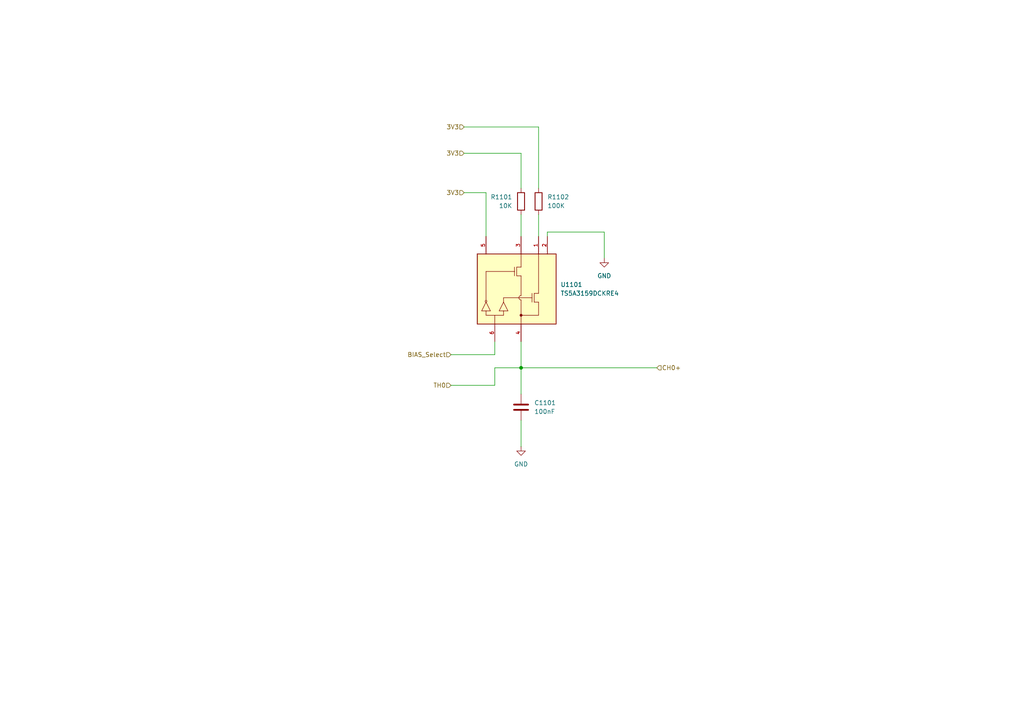
<source format=kicad_sch>
(kicad_sch (version 20250114) (generator "eeschema") (generator_version "9.0")
  (paper "A4")
  (lib_symbols
    (symbol "Device:C" (pin_numbers (hide yes)) (pin_names (offset 0.254))
      (property "Reference" "C" (at 0.635 2.54 0))
      (property "Value" "C" (at 0.635 -2.54 0))
      (symbol "C_0_1"
        (polyline (pts (xy -2.032 0.762) (xy 2.032 0.762)) (stroke (width 0.508)))
        (polyline (pts (xy -2.032 -0.762) (xy 2.032 -0.762)) (stroke (width 0.508)))
      )
      (symbol "C_1_1"
        (pin passive line (at 0 3.81 270) (length 2.794) (name "~") (number "1"))
        (pin passive line (at 0 -3.81 90) (length 2.794) (name "~") (number "2"))
      )
    )
    (symbol "Device:R" (pin_numbers (hide yes)) (pin_names (offset 0))
      (property "Reference" "R" (at 2.032 0 90))
      (property "Value" "R" (at 0 0 90))
      (symbol "R_0_1"
        (rectangle (start -1.016 -2.54) (end 1.016 2.54) (stroke (width 0.254)))
      )
      (symbol "R_1_1"
        (pin passive line (at 0 3.81 270) (length 1.27) (name "~") (number "1"))
        (pin passive line (at 0 -3.81 90) (length 1.27) (name "~") (number "2"))
      )
    )
    (symbol "TS5A3159DCKRE4:TS5A3159DCKRE4" (pin_names (offset 1.016))
      (property "Reference" "U" (at -10.16 10.922 0))
      (property "Value" "TS5A3159DCKRE4" (at -10.16 -13.462 0))
      (symbol "TS5A3159DCKRE4_0_0"
        (polyline (pts (xy -10.16 5.08) (xy -7.62 5.08)) (stroke (width 0.1524)))
        (polyline (pts (xy -10.16 -2.54) (xy -7.62 -2.54)) (stroke (width 0.1524)))
        (rectangle (start -10.16 -12.7) (end 10.16 10.16) (stroke (width 0.254)) (fill (type background)))
        (polyline (pts (xy -7.62 7.62) (xy -7.62 5.08)) (stroke (width 0.1524)))
        (polyline (pts (xy -7.62 7.62) (xy -6.35 7.62)) (stroke (width 0.1524)))
        (polyline (pts (xy -7.62 5.08) (xy -7.62 2.54)) (stroke (width 0.1524)))
        (polyline (pts (xy -7.62 2.54) (xy -6.35 2.54)) (stroke (width 0.1524)))
        (circle (center -7.62 -2.54) (radius 0.2032) (stroke (width 0.4064)))
        (polyline (pts (xy -7.62 -2.54) (xy -7.62 -7.62)) (stroke (width 0.1524)))
        (polyline (pts (xy -7.62 -2.54) (xy -3.175 -2.54)) (stroke (width 0.1524)))
        (polyline (pts (xy -7.62 -7.62) (xy -3.81 -7.62)) (stroke (width 0.1524)))
        (polyline (pts (xy -6.35 8.89) (xy -6.35 7.62)) (stroke (width 0.1524)))
        (polyline (pts (xy -6.35 7.62) (xy -6.35 6.35)) (stroke (width 0.1524)))
        (polyline (pts (xy -6.35 6.35) (xy -3.81 7.62)) (stroke (width 0.1524)))
        (polyline (pts (xy -6.35 3.81) (xy -6.35 2.54)) (stroke (width 0.1524)))
        (polyline (pts (xy -6.35 2.54) (xy -6.35 1.27)) (stroke (width 0.1524)))
        (polyline (pts (xy -6.35 1.27) (xy -3.81 2.54)) (stroke (width 0.1524)))
        (polyline (pts (xy -3.81 7.62) (xy -6.35 8.89)) (stroke (width 0.1524)))
        (polyline (pts (xy -3.81 2.54) (xy -6.35 3.81)) (stroke (width 0.1524)))
        (polyline (pts (xy -3.81 -5.715) (xy -2.54 -5.715)) (stroke (width 0.1524)))
        (polyline (pts (xy -3.81 -6.35) (xy -1.27 -6.35)) (stroke (width 0.1524)))
        (polyline (pts (xy -3.81 -7.62) (xy -3.81 -6.35)) (stroke (width 0.1524)))
        (circle (center -3.556 7.62) (radius 0.254) (stroke (width 0.1524)))
        (polyline (pts (xy -3.302 7.62) (xy 5.08 7.62)) (stroke (width 0.1524)))
        (polyline (pts (xy -2.54 2.54) (xy -3.81 2.54)) (stroke (width 0.1524)))
        (polyline (pts (xy -2.54 2.54) (xy -2.54 -1.905)) (stroke (width 0.1524)))
        (polyline (pts (xy -2.54 -1.905) (xy -2.54 -5.715)) (stroke (width 0.1524)))
        (arc (start -3.175 -2.54) (mid -2.989 -2.091) (end -2.54 -1.905) (stroke (width 0.1524)))
        (arc (start -2.54 -1.905) (mid -2.091 -2.091) (end -1.905 -2.54) (stroke (width 0.1524)))
        (polyline (pts (xy -2.54 -5.715) (xy -1.27 -5.715)) (stroke (width 0.1524)))
        (polyline (pts (xy -1.905 -2.54) (xy 3.81 -2.54)) (stroke (width 0.1524)))
        (polyline (pts (xy -1.27 -6.35) (xy -1.27 -7.62)) (stroke (width 0.1524)))
        (polyline (pts (xy 3.81 -0.635) (xy 5.08 -0.635)) (stroke (width 0.1524)))
        (polyline (pts (xy 3.81 -1.27) (xy 6.35 -1.27)) (stroke (width 0.1524)))
        (polyline (pts (xy 3.81 -2.54) (xy 3.81 -1.27)) (stroke (width 0.1524)))
        (polyline (pts (xy 5.08 7.62) (xy 5.08 -0.635)) (stroke (width 0.1524)))
        (polyline (pts (xy 5.08 -0.635) (xy 6.35 -0.635)) (stroke (width 0.1524)))
        (polyline (pts (xy 6.35 -1.27) (xy 6.35 -2.54)) (stroke (width 0.1524)))
        (polyline (pts (xy 10.16 -2.54) (xy 6.35 -2.54)) (stroke (width 0.1524)))
        (polyline (pts (xy 10.16 -7.62) (xy -1.27 -7.62)) (stroke (width 0.1524)))
        (pin input line (at -15.24 5.08 0) (length 5.08) (name "~") (number "6"))
        (pin bidirectional line (at -15.24 -2.54 0) (length 5.08) (name "~") (number "4"))
        (pin power_in line (at 15.24 7.62 180) (length 5.08) (name "~") (number "5"))
        (pin bidirectional line (at 15.24 -2.54 180) (length 5.08) (name "~") (number "3"))
        (pin bidirectional line (at 15.24 -7.62 180) (length 5.08) (name "~") (number "1"))
        (pin power_in line (at 15.24 -10.16 180) (length 5.08) (name "~") (number "2"))
      )
    )
    (symbol "power:GND" (power) (pin_numbers (hide yes)) (pin_names (offset 0) (hide yes))
      (property "Value" "GND" (at 0 -3.81 0))
      (symbol "GND_0_1"
        (polyline (pts (xy 0 0) (xy 0 -1.27) (xy 1.27 -1.27) (xy 0 -2.54) (xy -1.27 -1.27) (xy 0 -1.27)))
      )
      (symbol "GND_1_1"
        (pin power_in line (at 0 0 270) (length 0) (name "~") (number "1"))
      )
    )
  )
  (junction (at 151.13 106.68))
  (wire (pts (xy 151.13 99.06) (xy 151.13 106.68)))
  (wire (pts (xy 143.51 106.68) (xy 151.13 106.68)))
  (wire (pts (xy 158.75 68.58) (xy 158.75 67.31)))
  (wire (pts (xy 130.81 102.87) (xy 143.51 102.87)))
  (wire (pts (xy 151.13 44.45) (xy 151.13 54.61)))
  (wire (pts (xy 134.62 44.45) (xy 151.13 44.45)))
  (wire (pts (xy 156.21 36.83) (xy 156.21 54.61)))
  (wire (pts (xy 140.97 68.58) (xy 140.97 55.88)))
  (wire (pts (xy 151.13 62.23) (xy 151.13 68.58)))
  (wire (pts (xy 134.62 55.88) (xy 140.97 55.88)))
  (wire (pts (xy 143.51 106.68) (xy 143.51 111.76)))
  (wire (pts (xy 151.13 121.92) (xy 151.13 129.54)))
  (wire (pts (xy 158.75 67.31) (xy 175.26 67.31)))
  (wire (pts (xy 151.13 106.68) (xy 151.13 114.3)))
  (wire (pts (xy 151.13 106.68) (xy 190.5 106.68)))
  (wire (pts (xy 175.26 67.31) (xy 175.26 74.93)))
  (wire (pts (xy 130.81 111.76) (xy 143.51 111.76)))
  (wire (pts (xy 143.51 99.06) (xy 143.51 102.87)))
  (wire (pts (xy 134.62 36.83) (xy 156.21 36.83)))
  (wire (pts (xy 156.21 62.23) (xy 156.21 68.58)))
  (hierarchical_label "3V3" (shape input) (at 134.62 55.88 180))
  (hierarchical_label "3V3" (shape input) (at 134.62 44.45 180))
  (hierarchical_label "3V3" (shape input) (at 134.62 36.83 180))
  (hierarchical_label "TH0" (shape input) (at 130.81 111.76 180))
  (hierarchical_label "BIAS_Select" (shape input) (at 130.81 102.87 180))
  (hierarchical_label "CH0+" (shape input) (at 190.5 106.68 0))
  (symbol (lib_id "Device:C") (at 151.13 118.11 0) (unit 1)
    (property "Reference" "C?" (at 154.94 116.8399 0) (effects (justify left)))
    (property "Value" "100nF" (at 154.94 119.3799 0) (effects (justify left)))
    (property "Description" "Unpolarized capacitor" (effects (hide yes)))
    (instances (project "V1" (path "" (reference "C1101") (unit 1)) (path "" (reference "C?") (unit 1))))
  )
  (symbol (lib_id "TS5A3159DCKRE4:TS5A3159DCKRE4") (at 148.59 83.82 90) (unit 1)
    (property "Reference" "U?" (at 162.56 82.5499 90) (effects (justify right)))
    (property "Value" "TS5A3159DCKRE4" (at 162.56 85.0899 90) (effects (justify right)))
    (property "Footprint" "ThermoDAQ:SOT65P210X110-6N" (effects (hide yes)))
    (property "MF" "Texas Instruments" (effects (hide yes)))
    (property "MAXIMUM_PACKAGE_HEIGHT" "1.1mm" (effects (hide yes)))
    (property "Package" "SOT-SC70-6 Texas Instruments" (effects (hide yes)))
    (property "Price" "None" (effects (hide yes)))
    (property "Check_prices" "https://www.snapeda.com/parts/TS5A3159DCKRE4/Texas+Instruments/view-part/?ref=eda" (effects (hide yes)))
    (property "STANDARD" "IPC-7351B" (effects (hide yes)))
    (property "PARTREV" "D" (effects (hide yes)))
    (property "SnapEDA_Link" "https://www.snapeda.com/parts/TS5A3159DCKRE4/Texas+Instruments/view-part/?ref=snap" (effects (hide yes)))
    (property "MP" "TS5A3159DCKRE4" (effects (hide yes)))
    (property "Description_1" "1-?, 5-V, 2:1 (SPDT), 1-channel analog switch 6-SC70 -40 to 85" (effects (hide yes)))
    (property "Availability" "In Stock" (effects (hide yes)))
    (property "MANUFACTURER" "Texas Instruments" (effects (hide yes)))
    (instances (project "V1" (path "" (reference "U1101") (unit 1)) (path "" (reference "U?") (unit 1))))
  )
  (symbol (lib_id "Device:R") (at 151.13 58.42 0) (mirror y) (unit 1)
    (property "Reference" "R?" (at 148.59 57.1499 0) (effects (justify left)))
    (property "Value" "10K" (at 148.59 59.6899 0) (effects (justify left)))
    (property "Description" "Resistor" (effects (hide yes)))
    (instances (project "V1" (path "" (reference "R1101") (unit 1)) (path "" (reference "R?") (unit 1))))
  )
  (symbol (lib_id "power:GND") (at 175.26 74.93 0) (unit 1)
    (property "Reference" "#PWR?" (effects (hide yes)))
    (property "Value" "GND" (at 175.26 80.01 0))
    (property "Description" "Power symbol creates a global label with name \"GND\" , ground" (effects (hide yes)))
    (instances (project "V1" (path "" (reference "#PWR01102") (unit 1)) (path "" (reference "#PWR?") (unit 1))))
  )
  (symbol (lib_id "power:GND") (at 151.13 129.54 0) (unit 1)
    (property "Reference" "#PWR?" (effects (hide yes)))
    (property "Value" "GND" (at 151.13 134.62 0))
    (property "Description" "Power symbol creates a global label with name \"GND\" , ground" (effects (hide yes)))
    (instances (project "V1" (path "" (reference "#PWR01101") (unit 1)) (path "" (reference "#PWR?") (unit 1))))
  )
  (symbol (lib_id "Device:R") (at 156.21 58.42 0) (unit 1)
    (property "Reference" "R?" (at 158.75 57.1499 0) (effects (justify left)))
    (property "Value" "100K" (at 158.75 59.6899 0) (effects (justify left)))
    (property "Description" "Resistor" (effects (hide yes)))
    (instances (project "V1" (path "" (reference "R1102") (unit 1)) (path "" (reference "R?") (unit 1))))
  )
)
</source>
